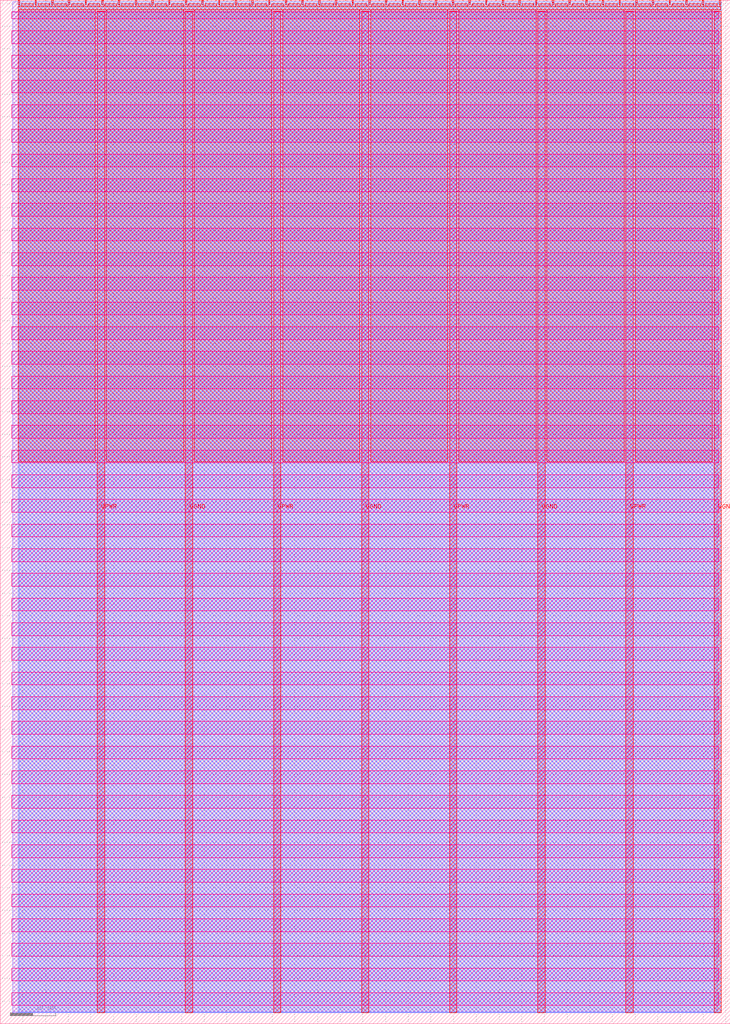
<source format=lef>
VERSION 5.7 ;
  NOWIREEXTENSIONATPIN ON ;
  DIVIDERCHAR "/" ;
  BUSBITCHARS "[]" ;
MACRO tt_um_mini_aie_2x2
  CLASS BLOCK ;
  FOREIGN tt_um_mini_aie_2x2 ;
  ORIGIN 0.000 0.000 ;
  SIZE 161.000 BY 225.760 ;
  PIN VGND
    DIRECTION INOUT ;
    USE GROUND ;
    PORT
      LAYER met4 ;
        RECT 40.830 2.480 42.430 223.280 ;
    END
    PORT
      LAYER met4 ;
        RECT 79.700 2.480 81.300 223.280 ;
    END
    PORT
      LAYER met4 ;
        RECT 118.570 2.480 120.170 223.280 ;
    END
    PORT
      LAYER met4 ;
        RECT 157.440 2.480 159.040 223.280 ;
    END
  END VGND
  PIN VPWR
    DIRECTION INOUT ;
    USE POWER ;
    PORT
      LAYER met4 ;
        RECT 21.395 2.480 22.995 223.280 ;
    END
    PORT
      LAYER met4 ;
        RECT 60.265 2.480 61.865 223.280 ;
    END
    PORT
      LAYER met4 ;
        RECT 99.135 2.480 100.735 223.280 ;
    END
    PORT
      LAYER met4 ;
        RECT 138.005 2.480 139.605 223.280 ;
    END
  END VPWR
  PIN clk
    DIRECTION INPUT ;
    USE SIGNAL ;
    ANTENNAGATEAREA 0.852000 ;
    PORT
      LAYER met4 ;
        RECT 154.870 224.760 155.170 225.760 ;
    END
  END clk
  PIN ena
    DIRECTION INPUT ;
    USE SIGNAL ;
    ANTENNAGATEAREA 0.196500 ;
    PORT
      LAYER met4 ;
        RECT 158.550 224.760 158.850 225.760 ;
    END
  END ena
  PIN rst_n
    DIRECTION INPUT ;
    USE SIGNAL ;
    ANTENNAGATEAREA 0.196500 ;
    PORT
      LAYER met4 ;
        RECT 151.190 224.760 151.490 225.760 ;
    END
  END rst_n
  PIN ui_in[0]
    DIRECTION INPUT ;
    USE SIGNAL ;
    ANTENNAGATEAREA 0.196500 ;
    PORT
      LAYER met4 ;
        RECT 147.510 224.760 147.810 225.760 ;
    END
  END ui_in[0]
  PIN ui_in[1]
    DIRECTION INPUT ;
    USE SIGNAL ;
    ANTENNAGATEAREA 0.213000 ;
    PORT
      LAYER met4 ;
        RECT 143.830 224.760 144.130 225.760 ;
    END
  END ui_in[1]
  PIN ui_in[2]
    DIRECTION INPUT ;
    USE SIGNAL ;
    ANTENNAGATEAREA 0.196500 ;
    PORT
      LAYER met4 ;
        RECT 140.150 224.760 140.450 225.760 ;
    END
  END ui_in[2]
  PIN ui_in[3]
    DIRECTION INPUT ;
    USE SIGNAL ;
    ANTENNAGATEAREA 0.196500 ;
    PORT
      LAYER met4 ;
        RECT 136.470 224.760 136.770 225.760 ;
    END
  END ui_in[3]
  PIN ui_in[4]
    DIRECTION INPUT ;
    USE SIGNAL ;
    ANTENNAGATEAREA 0.196500 ;
    PORT
      LAYER met4 ;
        RECT 132.790 224.760 133.090 225.760 ;
    END
  END ui_in[4]
  PIN ui_in[5]
    DIRECTION INPUT ;
    USE SIGNAL ;
    ANTENNAGATEAREA 0.196500 ;
    PORT
      LAYER met4 ;
        RECT 129.110 224.760 129.410 225.760 ;
    END
  END ui_in[5]
  PIN ui_in[6]
    DIRECTION INPUT ;
    USE SIGNAL ;
    ANTENNAGATEAREA 0.196500 ;
    PORT
      LAYER met4 ;
        RECT 125.430 224.760 125.730 225.760 ;
    END
  END ui_in[6]
  PIN ui_in[7]
    DIRECTION INPUT ;
    USE SIGNAL ;
    ANTENNAGATEAREA 0.196500 ;
    PORT
      LAYER met4 ;
        RECT 121.750 224.760 122.050 225.760 ;
    END
  END ui_in[7]
  PIN uio_in[0]
    DIRECTION INPUT ;
    USE SIGNAL ;
    ANTENNAGATEAREA 0.196500 ;
    PORT
      LAYER met4 ;
        RECT 118.070 224.760 118.370 225.760 ;
    END
  END uio_in[0]
  PIN uio_in[1]
    DIRECTION INPUT ;
    USE SIGNAL ;
    ANTENNAGATEAREA 0.213000 ;
    PORT
      LAYER met4 ;
        RECT 114.390 224.760 114.690 225.760 ;
    END
  END uio_in[1]
  PIN uio_in[2]
    DIRECTION INPUT ;
    USE SIGNAL ;
    ANTENNAGATEAREA 0.196500 ;
    PORT
      LAYER met4 ;
        RECT 110.710 224.760 111.010 225.760 ;
    END
  END uio_in[2]
  PIN uio_in[3]
    DIRECTION INPUT ;
    USE SIGNAL ;
    ANTENNAGATEAREA 0.196500 ;
    PORT
      LAYER met4 ;
        RECT 107.030 224.760 107.330 225.760 ;
    END
  END uio_in[3]
  PIN uio_in[4]
    DIRECTION INPUT ;
    USE SIGNAL ;
    ANTENNAGATEAREA 0.196500 ;
    PORT
      LAYER met4 ;
        RECT 103.350 224.760 103.650 225.760 ;
    END
  END uio_in[4]
  PIN uio_in[5]
    DIRECTION INPUT ;
    USE SIGNAL ;
    ANTENNAGATEAREA 0.196500 ;
    PORT
      LAYER met4 ;
        RECT 99.670 224.760 99.970 225.760 ;
    END
  END uio_in[5]
  PIN uio_in[6]
    DIRECTION INPUT ;
    USE SIGNAL ;
    ANTENNAGATEAREA 0.196500 ;
    PORT
      LAYER met4 ;
        RECT 95.990 224.760 96.290 225.760 ;
    END
  END uio_in[6]
  PIN uio_in[7]
    DIRECTION INPUT ;
    USE SIGNAL ;
    ANTENNAGATEAREA 0.196500 ;
    PORT
      LAYER met4 ;
        RECT 92.310 224.760 92.610 225.760 ;
    END
  END uio_in[7]
  PIN uio_oe[0]
    DIRECTION OUTPUT TRISTATE ;
    USE SIGNAL ;
    PORT
      LAYER met4 ;
        RECT 29.750 224.760 30.050 225.760 ;
    END
  END uio_oe[0]
  PIN uio_oe[1]
    DIRECTION OUTPUT TRISTATE ;
    USE SIGNAL ;
    PORT
      LAYER met4 ;
        RECT 26.070 224.760 26.370 225.760 ;
    END
  END uio_oe[1]
  PIN uio_oe[2]
    DIRECTION OUTPUT TRISTATE ;
    USE SIGNAL ;
    PORT
      LAYER met4 ;
        RECT 22.390 224.760 22.690 225.760 ;
    END
  END uio_oe[2]
  PIN uio_oe[3]
    DIRECTION OUTPUT TRISTATE ;
    USE SIGNAL ;
    PORT
      LAYER met4 ;
        RECT 18.710 224.760 19.010 225.760 ;
    END
  END uio_oe[3]
  PIN uio_oe[4]
    DIRECTION OUTPUT TRISTATE ;
    USE SIGNAL ;
    PORT
      LAYER met4 ;
        RECT 15.030 224.760 15.330 225.760 ;
    END
  END uio_oe[4]
  PIN uio_oe[5]
    DIRECTION OUTPUT TRISTATE ;
    USE SIGNAL ;
    PORT
      LAYER met4 ;
        RECT 11.350 224.760 11.650 225.760 ;
    END
  END uio_oe[5]
  PIN uio_oe[6]
    DIRECTION OUTPUT TRISTATE ;
    USE SIGNAL ;
    PORT
      LAYER met4 ;
        RECT 7.670 224.760 7.970 225.760 ;
    END
  END uio_oe[6]
  PIN uio_oe[7]
    DIRECTION OUTPUT TRISTATE ;
    USE SIGNAL ;
    PORT
      LAYER met4 ;
        RECT 3.990 224.760 4.290 225.760 ;
    END
  END uio_oe[7]
  PIN uio_out[0]
    DIRECTION OUTPUT TRISTATE ;
    USE SIGNAL ;
    ANTENNAGATEAREA 0.504000 ;
    ANTENNADIFFAREA 0.891000 ;
    PORT
      LAYER met4 ;
        RECT 59.190 224.760 59.490 225.760 ;
    END
  END uio_out[0]
  PIN uio_out[1]
    DIRECTION OUTPUT TRISTATE ;
    USE SIGNAL ;
    ANTENNAGATEAREA 0.504000 ;
    ANTENNADIFFAREA 1.721000 ;
    PORT
      LAYER met4 ;
        RECT 55.510 224.760 55.810 225.760 ;
    END
  END uio_out[1]
  PIN uio_out[2]
    DIRECTION OUTPUT TRISTATE ;
    USE SIGNAL ;
    ANTENNAGATEAREA 0.504000 ;
    ANTENNADIFFAREA 1.524450 ;
    PORT
      LAYER met4 ;
        RECT 51.830 224.760 52.130 225.760 ;
    END
  END uio_out[2]
  PIN uio_out[3]
    DIRECTION OUTPUT TRISTATE ;
    USE SIGNAL ;
    ANTENNAGATEAREA 0.504000 ;
    ANTENNADIFFAREA 1.524450 ;
    PORT
      LAYER met4 ;
        RECT 48.150 224.760 48.450 225.760 ;
    END
  END uio_out[3]
  PIN uio_out[4]
    DIRECTION OUTPUT TRISTATE ;
    USE SIGNAL ;
    ANTENNAGATEAREA 0.504000 ;
    ANTENNADIFFAREA 1.721000 ;
    PORT
      LAYER met4 ;
        RECT 44.470 224.760 44.770 225.760 ;
    END
  END uio_out[4]
  PIN uio_out[5]
    DIRECTION OUTPUT TRISTATE ;
    USE SIGNAL ;
    ANTENNAGATEAREA 0.504000 ;
    ANTENNADIFFAREA 1.721000 ;
    PORT
      LAYER met4 ;
        RECT 40.790 224.760 41.090 225.760 ;
    END
  END uio_out[5]
  PIN uio_out[6]
    DIRECTION OUTPUT TRISTATE ;
    USE SIGNAL ;
    ANTENNAGATEAREA 0.504000 ;
    ANTENNADIFFAREA 1.721000 ;
    PORT
      LAYER met4 ;
        RECT 37.110 224.760 37.410 225.760 ;
    END
  END uio_out[6]
  PIN uio_out[7]
    DIRECTION OUTPUT TRISTATE ;
    USE SIGNAL ;
    ANTENNAGATEAREA 0.504000 ;
    ANTENNADIFFAREA 1.721000 ;
    PORT
      LAYER met4 ;
        RECT 33.430 224.760 33.730 225.760 ;
    END
  END uio_out[7]
  PIN uo_out[0]
    DIRECTION OUTPUT TRISTATE ;
    USE SIGNAL ;
    ANTENNAGATEAREA 0.126000 ;
    ANTENNADIFFAREA 0.891000 ;
    PORT
      LAYER met4 ;
        RECT 88.630 224.760 88.930 225.760 ;
    END
  END uo_out[0]
  PIN uo_out[1]
    DIRECTION OUTPUT TRISTATE ;
    USE SIGNAL ;
    ANTENNAGATEAREA 0.126000 ;
    ANTENNADIFFAREA 0.891000 ;
    PORT
      LAYER met4 ;
        RECT 84.950 224.760 85.250 225.760 ;
    END
  END uo_out[1]
  PIN uo_out[2]
    DIRECTION OUTPUT TRISTATE ;
    USE SIGNAL ;
    ANTENNAGATEAREA 0.126000 ;
    ANTENNADIFFAREA 0.891000 ;
    PORT
      LAYER met4 ;
        RECT 81.270 224.760 81.570 225.760 ;
    END
  END uo_out[2]
  PIN uo_out[3]
    DIRECTION OUTPUT TRISTATE ;
    USE SIGNAL ;
    ANTENNAGATEAREA 0.126000 ;
    ANTENNADIFFAREA 0.891000 ;
    PORT
      LAYER met4 ;
        RECT 77.590 224.760 77.890 225.760 ;
    END
  END uo_out[3]
  PIN uo_out[4]
    DIRECTION OUTPUT TRISTATE ;
    USE SIGNAL ;
    ANTENNAGATEAREA 0.495000 ;
    ANTENNADIFFAREA 0.891000 ;
    PORT
      LAYER met4 ;
        RECT 73.910 224.760 74.210 225.760 ;
    END
  END uo_out[4]
  PIN uo_out[5]
    DIRECTION OUTPUT TRISTATE ;
    USE SIGNAL ;
    ANTENNAGATEAREA 0.247500 ;
    ANTENNADIFFAREA 0.891000 ;
    PORT
      LAYER met4 ;
        RECT 70.230 224.760 70.530 225.760 ;
    END
  END uo_out[5]
  PIN uo_out[6]
    DIRECTION OUTPUT TRISTATE ;
    USE SIGNAL ;
    ANTENNAGATEAREA 0.247500 ;
    ANTENNADIFFAREA 0.891000 ;
    PORT
      LAYER met4 ;
        RECT 66.550 224.760 66.850 225.760 ;
    END
  END uo_out[6]
  PIN uo_out[7]
    DIRECTION OUTPUT TRISTATE ;
    USE SIGNAL ;
    ANTENNAGATEAREA 0.247500 ;
    ANTENNADIFFAREA 0.891000 ;
    PORT
      LAYER met4 ;
        RECT 62.870 224.760 63.170 225.760 ;
    END
  END uo_out[7]
  OBS
      LAYER nwell ;
        RECT 2.570 221.625 158.430 223.230 ;
        RECT 2.570 216.185 158.430 219.015 ;
        RECT 2.570 210.745 158.430 213.575 ;
        RECT 2.570 205.305 158.430 208.135 ;
        RECT 2.570 199.865 158.430 202.695 ;
        RECT 2.570 194.425 158.430 197.255 ;
        RECT 2.570 188.985 158.430 191.815 ;
        RECT 2.570 183.545 158.430 186.375 ;
        RECT 2.570 178.105 158.430 180.935 ;
        RECT 2.570 172.665 158.430 175.495 ;
        RECT 2.570 167.225 158.430 170.055 ;
        RECT 2.570 161.785 158.430 164.615 ;
        RECT 2.570 156.345 158.430 159.175 ;
        RECT 2.570 150.905 158.430 153.735 ;
        RECT 2.570 145.465 158.430 148.295 ;
        RECT 2.570 140.025 158.430 142.855 ;
        RECT 2.570 134.585 158.430 137.415 ;
        RECT 2.570 129.145 158.430 131.975 ;
        RECT 2.570 123.705 158.430 126.535 ;
        RECT 2.570 118.265 158.430 121.095 ;
        RECT 2.570 112.825 158.430 115.655 ;
        RECT 2.570 107.385 158.430 110.215 ;
        RECT 2.570 101.945 158.430 104.775 ;
        RECT 2.570 96.505 158.430 99.335 ;
        RECT 2.570 91.065 158.430 93.895 ;
        RECT 2.570 85.625 158.430 88.455 ;
        RECT 2.570 80.185 158.430 83.015 ;
        RECT 2.570 74.745 158.430 77.575 ;
        RECT 2.570 69.305 158.430 72.135 ;
        RECT 2.570 63.865 158.430 66.695 ;
        RECT 2.570 58.425 158.430 61.255 ;
        RECT 2.570 52.985 158.430 55.815 ;
        RECT 2.570 47.545 158.430 50.375 ;
        RECT 2.570 42.105 158.430 44.935 ;
        RECT 2.570 36.665 158.430 39.495 ;
        RECT 2.570 31.225 158.430 34.055 ;
        RECT 2.570 25.785 158.430 28.615 ;
        RECT 2.570 20.345 158.430 23.175 ;
        RECT 2.570 14.905 158.430 17.735 ;
        RECT 2.570 9.465 158.430 12.295 ;
        RECT 2.570 4.025 158.430 6.855 ;
      LAYER li1 ;
        RECT 2.760 2.635 158.240 223.125 ;
      LAYER met1 ;
        RECT 2.760 2.480 159.040 225.380 ;
      LAYER met2 ;
        RECT 4.230 2.535 159.010 225.410 ;
      LAYER met3 ;
        RECT 3.950 2.555 159.030 224.905 ;
      LAYER met4 ;
        RECT 4.690 224.360 7.270 224.905 ;
        RECT 8.370 224.360 10.950 224.905 ;
        RECT 12.050 224.360 14.630 224.905 ;
        RECT 15.730 224.360 18.310 224.905 ;
        RECT 19.410 224.360 21.990 224.905 ;
        RECT 23.090 224.360 25.670 224.905 ;
        RECT 26.770 224.360 29.350 224.905 ;
        RECT 30.450 224.360 33.030 224.905 ;
        RECT 34.130 224.360 36.710 224.905 ;
        RECT 37.810 224.360 40.390 224.905 ;
        RECT 41.490 224.360 44.070 224.905 ;
        RECT 45.170 224.360 47.750 224.905 ;
        RECT 48.850 224.360 51.430 224.905 ;
        RECT 52.530 224.360 55.110 224.905 ;
        RECT 56.210 224.360 58.790 224.905 ;
        RECT 59.890 224.360 62.470 224.905 ;
        RECT 63.570 224.360 66.150 224.905 ;
        RECT 67.250 224.360 69.830 224.905 ;
        RECT 70.930 224.360 73.510 224.905 ;
        RECT 74.610 224.360 77.190 224.905 ;
        RECT 78.290 224.360 80.870 224.905 ;
        RECT 81.970 224.360 84.550 224.905 ;
        RECT 85.650 224.360 88.230 224.905 ;
        RECT 89.330 224.360 91.910 224.905 ;
        RECT 93.010 224.360 95.590 224.905 ;
        RECT 96.690 224.360 99.270 224.905 ;
        RECT 100.370 224.360 102.950 224.905 ;
        RECT 104.050 224.360 106.630 224.905 ;
        RECT 107.730 224.360 110.310 224.905 ;
        RECT 111.410 224.360 113.990 224.905 ;
        RECT 115.090 224.360 117.670 224.905 ;
        RECT 118.770 224.360 121.350 224.905 ;
        RECT 122.450 224.360 125.030 224.905 ;
        RECT 126.130 224.360 128.710 224.905 ;
        RECT 129.810 224.360 132.390 224.905 ;
        RECT 133.490 224.360 136.070 224.905 ;
        RECT 137.170 224.360 139.750 224.905 ;
        RECT 140.850 224.360 143.430 224.905 ;
        RECT 144.530 224.360 147.110 224.905 ;
        RECT 148.210 224.360 150.790 224.905 ;
        RECT 151.890 224.360 154.470 224.905 ;
        RECT 155.570 224.360 158.150 224.905 ;
        RECT 3.975 223.680 158.865 224.360 ;
        RECT 3.975 123.935 20.995 223.680 ;
        RECT 23.395 123.935 40.430 223.680 ;
        RECT 42.830 123.935 59.865 223.680 ;
        RECT 62.265 123.935 79.300 223.680 ;
        RECT 81.700 123.935 98.735 223.680 ;
        RECT 101.135 123.935 118.170 223.680 ;
        RECT 120.570 123.935 137.605 223.680 ;
        RECT 140.005 123.935 157.040 223.680 ;
  END
END tt_um_mini_aie_2x2
END LIBRARY


</source>
